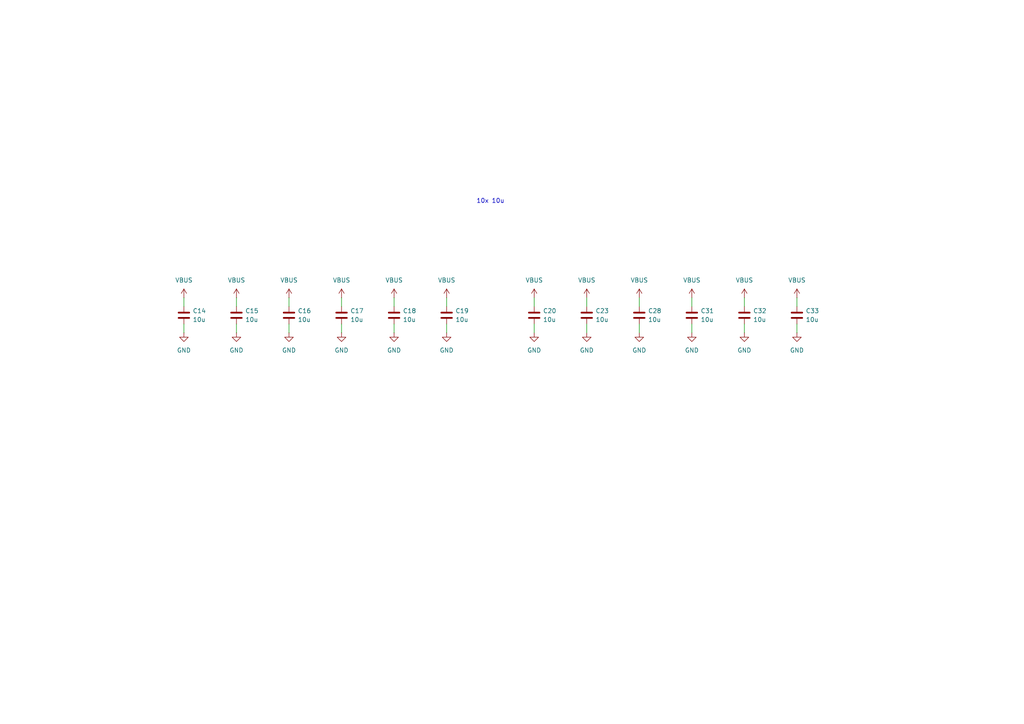
<source format=kicad_sch>
(kicad_sch (version 20250114) (generator "eeschema") (generator_version "9.0")
  (paper "A4")
  (lib_symbols
    (symbol "Device:C" (pin_numbers (hide yes)) (pin_names (offset 0.254))
      (property "Reference" "C" (at 0.635 2.54 0))
      (property "Value" "C" (at 0.635 -2.54 0))
      (symbol "C_0_1"
        (polyline (pts (xy -1.524 0.762) (xy 1.524 0.762)) (stroke (width 0.508)))
        (polyline (pts (xy -1.524 -0.762) (xy 1.524 -0.762)) (stroke (width 0.508)))
      )
      (symbol "C_1_1"
        (pin passive line (at 0 2.54 270) (length 1.524) (name "~") (number "1"))
        (pin passive line (at 0 -2.54 90) (length 1.524) (name "~") (number "2"))
      )
    )
    (symbol "power:GND" (power) (pin_numbers (hide yes)) (pin_names (offset 0) (hide yes))
      (property "Value" "GND" (at 0 -3.81 0))
      (symbol "GND_0_1"
        (polyline (pts (xy 0 0) (xy 0 -1.27) (xy 1.27 -1.27) (xy 0 -2.54) (xy -1.27 -1.27) (xy 0 -1.27)))
      )
      (symbol "GND_1_1"
        (pin power_in line (at 0 0 270) (length 0) (name "~") (number "1"))
      )
    )
    (symbol "power:VBUS" (power) (pin_numbers (hide yes)) (pin_names (offset 0) (hide yes))
      (property "Value" "VBUS" (at 0 3.556 0))
      (symbol "VBUS_0_1"
        (polyline (pts (xy -0.762 1.27) (xy 0 2.54)))
        (polyline (pts (xy 0 2.54) (xy 0.762 1.27)))
        (polyline (pts (xy 0 0) (xy 0 2.54)))
      )
      (symbol "VBUS_1_1"
        (pin power_in line (at 0 0 90) (length 0) (name "~") (number "1"))
      )
    )
  )
  (text "10x 10u" (at 142.24 58.42 0) (effects (font (size 1.27 1.27))))
  (wire (pts (xy 129.54 93.98) (xy 129.54 96.52)))
  (wire (pts (xy 68.58 86.36) (xy 68.58 88.9)))
  (wire (pts (xy 83.82 93.98) (xy 83.82 96.52)))
  (wire (pts (xy 99.06 86.36) (xy 99.06 88.9)))
  (wire (pts (xy 53.34 93.98) (xy 53.34 96.52)))
  (wire (pts (xy 114.3 93.98) (xy 114.3 96.52)))
  (wire (pts (xy 114.3 86.36) (xy 114.3 88.9)))
  (wire (pts (xy 170.18 93.98) (xy 170.18 96.52)))
  (wire (pts (xy 215.9 86.36) (xy 215.9 88.9)))
  (wire (pts (xy 99.06 93.98) (xy 99.06 96.52)))
  (wire (pts (xy 200.66 93.98) (xy 200.66 96.52)))
  (wire (pts (xy 68.58 93.98) (xy 68.58 96.52)))
  (wire (pts (xy 170.18 86.36) (xy 170.18 88.9)))
  (wire (pts (xy 215.9 93.98) (xy 215.9 96.52)))
  (wire (pts (xy 53.34 86.36) (xy 53.34 88.9)))
  (wire (pts (xy 154.94 93.98) (xy 154.94 96.52)))
  (wire (pts (xy 154.94 86.36) (xy 154.94 88.9)))
  (wire (pts (xy 185.42 93.98) (xy 185.42 96.52)))
  (wire (pts (xy 200.66 86.36) (xy 200.66 88.9)))
  (wire (pts (xy 231.14 93.98) (xy 231.14 96.52)))
  (wire (pts (xy 129.54 86.36) (xy 129.54 88.9)))
  (wire (pts (xy 185.42 86.36) (xy 185.42 88.9)))
  (wire (pts (xy 83.82 86.36) (xy 83.82 88.9)))
  (wire (pts (xy 231.14 86.36) (xy 231.14 88.9)))
  (symbol (lib_id "power:VBUS") (at 154.94 86.36 0) (unit 1)
    (property "Reference" "#PWR0105" (effects (hide yes)))
    (property "Value" "VBUS" (at 154.94 81.28 0))
    (property "Description" "Power symbol creates a global label with name \"VBUS\"" (effects (hide yes)))
  )
  (symbol (lib_id "power:VBUS") (at 170.18 86.36 0) (unit 1)
    (property "Reference" "#PWR0107" (effects (hide yes)))
    (property "Value" "VBUS" (at 170.18 81.28 0))
    (property "Description" "Power symbol creates a global label with name \"VBUS\"" (effects (hide yes)))
  )
  (symbol (lib_id "power:VBUS") (at 83.82 86.36 0) (unit 1)
    (property "Reference" "#PWR097" (effects (hide yes)))
    (property "Value" "VBUS" (at 83.82 81.28 0))
    (property "Description" "Power symbol creates a global label with name \"VBUS\"" (effects (hide yes)))
  )
  (symbol (lib_id "Device:C") (at 99.06 91.44 0) (unit 1)
    (property "Reference" "C17" (at 101.6 90.1699 0) (effects (justify left)))
    (property "Value" "10u" (at 101.6 92.7099 0) (effects (justify left)))
    (property "Footprint" "Capacitor_SMD:C_1210_3225Metric" (effects (hide yes)))
    (property "Description" "MLCC" (effects (hide yes)))
    (property "Manufacturer" "Murata Electronics" (effects (hide yes)))
    (property "Manufacturer Part Number" "GRM32EC72A106KE05L" (effects (hide yes)))
  )
  (symbol (lib_id "power:VBUS") (at 68.58 86.36 0) (unit 1)
    (property "Reference" "#PWR095" (effects (hide yes)))
    (property "Value" "VBUS" (at 68.58 81.28 0))
    (property "Description" "Power symbol creates a global label with name \"VBUS\"" (effects (hide yes)))
  )
  (symbol (lib_id "power:GND") (at 53.34 96.52 0) (unit 1)
    (property "Reference" "#PWR094" (effects (hide yes)))
    (property "Value" "GND" (at 53.34 101.6 0))
    (property "Description" "Power symbol creates a global label with name \"GND\" , ground" (effects (hide yes)))
  )
  (symbol (lib_id "power:GND") (at 185.42 96.52 0) (unit 1)
    (property "Reference" "#PWR0110" (effects (hide yes)))
    (property "Value" "GND" (at 185.42 101.6 0))
    (property "Description" "Power symbol creates a global label with name \"GND\" , ground" (effects (hide yes)))
  )
  (symbol (lib_id "power:GND") (at 114.3 96.52 0) (unit 1)
    (property "Reference" "#PWR0102" (effects (hide yes)))
    (property "Value" "GND" (at 114.3 101.6 0))
    (property "Description" "Power symbol creates a global label with name \"GND\" , ground" (effects (hide yes)))
  )
  (symbol (lib_id "power:VBUS") (at 53.34 86.36 0) (unit 1)
    (property "Reference" "#PWR093" (effects (hide yes)))
    (property "Value" "VBUS" (at 53.34 81.28 0))
    (property "Description" "Power symbol creates a global label with name \"VBUS\"" (effects (hide yes)))
  )
  (symbol (lib_id "power:GND") (at 215.9 96.52 0) (unit 1)
    (property "Reference" "#PWR0118" (effects (hide yes)))
    (property "Value" "GND" (at 215.9 101.6 0))
    (property "Description" "Power symbol creates a global label with name \"GND\" , ground" (effects (hide yes)))
  )
  (symbol (lib_id "Device:C") (at 83.82 91.44 0) (unit 1)
    (property "Reference" "C16" (at 86.36 90.1699 0) (effects (justify left)))
    (property "Value" "10u" (at 86.36 92.7099 0) (effects (justify left)))
    (property "Footprint" "Capacitor_SMD:C_1210_3225Metric" (effects (hide yes)))
    (property "Description" "MLCC" (effects (hide yes)))
    (property "Manufacturer" "Murata Electronics" (effects (hide yes)))
    (property "Manufacturer Part Number" "GRM32EC72A106KE05L" (effects (hide yes)))
  )
  (symbol (lib_id "power:GND") (at 129.54 96.52 0) (unit 1)
    (property "Reference" "#PWR0104" (effects (hide yes)))
    (property "Value" "GND" (at 129.54 101.6 0))
    (property "Description" "Power symbol creates a global label with name \"GND\" , ground" (effects (hide yes)))
  )
  (symbol (lib_id "power:GND") (at 170.18 96.52 0) (unit 1)
    (property "Reference" "#PWR0108" (effects (hide yes)))
    (property "Value" "GND" (at 170.18 101.6 0))
    (property "Description" "Power symbol creates a global label with name \"GND\" , ground" (effects (hide yes)))
  )
  (symbol (lib_id "power:GND") (at 231.14 96.52 0) (unit 1)
    (property "Reference" "#PWR0122" (effects (hide yes)))
    (property "Value" "GND" (at 231.14 101.6 0))
    (property "Description" "Power symbol creates a global label with name \"GND\" , ground" (effects (hide yes)))
  )
  (symbol (lib_id "power:VBUS") (at 215.9 86.36 0) (unit 1)
    (property "Reference" "#PWR0113" (effects (hide yes)))
    (property "Value" "VBUS" (at 215.9 81.28 0))
    (property "Description" "Power symbol creates a global label with name \"VBUS\"" (effects (hide yes)))
  )
  (symbol (lib_id "Device:C") (at 129.54 91.44 0) (unit 1)
    (property "Reference" "C19" (at 132.08 90.1699 0) (effects (justify left)))
    (property "Value" "10u" (at 132.08 92.7099 0) (effects (justify left)))
    (property "Footprint" "Capacitor_SMD:C_1210_3225Metric" (effects (hide yes)))
    (property "Description" "MLCC" (effects (hide yes)))
    (property "Manufacturer" "Murata Electronics" (effects (hide yes)))
    (property "Manufacturer Part Number" "GRM32EC72A106KE05L" (effects (hide yes)))
  )
  (symbol (lib_id "power:VBUS") (at 129.54 86.36 0) (unit 1)
    (property "Reference" "#PWR0103" (effects (hide yes)))
    (property "Value" "VBUS" (at 129.54 81.28 0))
    (property "Description" "Power symbol creates a global label with name \"VBUS\"" (effects (hide yes)))
  )
  (symbol (lib_id "Device:C") (at 215.9 91.44 0) (unit 1)
    (property "Reference" "C32" (at 218.44 90.1699 0) (effects (justify left)))
    (property "Value" "10u" (at 218.44 92.7099 0) (effects (justify left)))
    (property "Footprint" "Capacitor_SMD:C_1210_3225Metric" (effects (hide yes)))
    (property "Description" "MLCC" (effects (hide yes)))
    (property "Manufacturer" "Murata Electronics" (effects (hide yes)))
    (property "Manufacturer Part Number" "GRM32EC72A106KE05L" (effects (hide yes)))
  )
  (symbol (lib_id "Device:C") (at 154.94 91.44 0) (unit 1)
    (property "Reference" "C20" (at 157.48 90.1699 0) (effects (justify left)))
    (property "Value" "10u" (at 157.48 92.7099 0) (effects (justify left)))
    (property "Footprint" "Capacitor_SMD:C_1210_3225Metric" (effects (hide yes)))
    (property "Description" "MLCC" (effects (hide yes)))
    (property "Manufacturer" "Murata Electronics" (effects (hide yes)))
    (property "Manufacturer Part Number" "GRM32EC72A106KE05L" (effects (hide yes)))
  )
  (symbol (lib_id "power:VBUS") (at 231.14 86.36 0) (unit 1)
    (property "Reference" "#PWR0121" (effects (hide yes)))
    (property "Value" "VBUS" (at 231.14 81.28 0))
    (property "Description" "Power symbol creates a global label with name \"VBUS\"" (effects (hide yes)))
  )
  (symbol (lib_id "power:GND") (at 68.58 96.52 0) (unit 1)
    (property "Reference" "#PWR096" (effects (hide yes)))
    (property "Value" "GND" (at 68.58 101.6 0))
    (property "Description" "Power symbol creates a global label with name \"GND\" , ground" (effects (hide yes)))
  )
  (symbol (lib_id "Device:C") (at 114.3 91.44 0) (unit 1)
    (property "Reference" "C18" (at 116.84 90.1699 0) (effects (justify left)))
    (property "Value" "10u" (at 116.84 92.7099 0) (effects (justify left)))
    (property "Footprint" "Capacitor_SMD:C_1210_3225Metric" (effects (hide yes)))
    (property "Description" "MLCC" (effects (hide yes)))
    (property "Manufacturer" "Murata Electronics" (effects (hide yes)))
    (property "Manufacturer Part Number" "GRM32EC72A106KE05L" (effects (hide yes)))
  )
  (symbol (lib_id "power:VBUS") (at 99.06 86.36 0) (unit 1)
    (property "Reference" "#PWR099" (effects (hide yes)))
    (property "Value" "VBUS" (at 99.06 81.28 0))
    (property "Description" "Power symbol creates a global label with name \"VBUS\"" (effects (hide yes)))
  )
  (symbol (lib_id "power:VBUS") (at 114.3 86.36 0) (unit 1)
    (property "Reference" "#PWR0101" (effects (hide yes)))
    (property "Value" "VBUS" (at 114.3 81.28 0))
    (property "Description" "Power symbol creates a global label with name \"VBUS\"" (effects (hide yes)))
  )
  (symbol (lib_id "power:VBUS") (at 200.66 86.36 0) (unit 1)
    (property "Reference" "#PWR0111" (effects (hide yes)))
    (property "Value" "VBUS" (at 200.66 81.28 0))
    (property "Description" "Power symbol creates a global label with name \"VBUS\"" (effects (hide yes)))
  )
  (symbol (lib_id "power:GND") (at 200.66 96.52 0) (unit 1)
    (property "Reference" "#PWR0112" (effects (hide yes)))
    (property "Value" "GND" (at 200.66 101.6 0))
    (property "Description" "Power symbol creates a global label with name \"GND\" , ground" (effects (hide yes)))
  )
  (symbol (lib_id "power:GND") (at 83.82 96.52 0) (unit 1)
    (property "Reference" "#PWR098" (effects (hide yes)))
    (property "Value" "GND" (at 83.82 101.6 0))
    (property "Description" "Power symbol creates a global label with name \"GND\" , ground" (effects (hide yes)))
  )
  (symbol (lib_id "Device:C") (at 200.66 91.44 0) (unit 1)
    (property "Reference" "C31" (at 203.2 90.1699 0) (effects (justify left)))
    (property "Value" "10u" (at 203.2 92.7099 0) (effects (justify left)))
    (property "Footprint" "Capacitor_SMD:C_1210_3225Metric" (effects (hide yes)))
    (property "Description" "MLCC" (effects (hide yes)))
    (property "Manufacturer" "Murata Electronics" (effects (hide yes)))
    (property "Manufacturer Part Number" "GRM32EC72A106KE05L" (effects (hide yes)))
  )
  (symbol (lib_id "Device:C") (at 185.42 91.44 0) (unit 1)
    (property "Reference" "C28" (at 187.96 90.1699 0) (effects (justify left)))
    (property "Value" "10u" (at 187.96 92.7099 0) (effects (justify left)))
    (property "Footprint" "Capacitor_SMD:C_1210_3225Metric" (effects (hide yes)))
    (property "Description" "MLCC" (effects (hide yes)))
    (property "Manufacturer" "Murata Electronics" (effects (hide yes)))
    (property "Manufacturer Part Number" "GRM32EC72A106KE05L" (effects (hide yes)))
  )
  (symbol (lib_id "power:VBUS") (at 185.42 86.36 0) (unit 1)
    (property "Reference" "#PWR0109" (effects (hide yes)))
    (property "Value" "VBUS" (at 185.42 81.28 0))
    (property "Description" "Power symbol creates a global label with name \"VBUS\"" (effects (hide yes)))
  )
  (symbol (lib_id "Device:C") (at 68.58 91.44 0) (unit 1)
    (property "Reference" "C15" (at 71.12 90.1699 0) (effects (justify left)))
    (property "Value" "10u" (at 71.12 92.7099 0) (effects (justify left)))
    (property "Footprint" "Capacitor_SMD:C_1210_3225Metric" (effects (hide yes)))
    (property "Description" "MLCC" (effects (hide yes)))
    (property "Manufacturer" "Murata Electronics" (effects (hide yes)))
    (property "Manufacturer Part Number" "GRM32EC72A106KE05L" (effects (hide yes)))
  )
  (symbol (lib_id "Device:C") (at 53.34 91.44 0) (unit 1)
    (property "Reference" "C14" (at 55.88 90.1699 0) (effects (justify left)))
    (property "Value" "10u" (at 55.88 92.7099 0) (effects (justify left)))
    (property "Footprint" "Capacitor_SMD:C_1210_3225Metric" (effects (hide yes)))
    (property "Description" "MLCC" (effects (hide yes)))
    (property "Manufacturer" "Murata Electronics" (effects (hide yes)))
    (property "Manufacturer Part Number" "GRM32EC72A106KE05L" (effects (hide yes)))
  )
  (symbol (lib_id "Device:C") (at 231.14 91.44 0) (unit 1)
    (property "Reference" "C33" (at 233.68 90.1699 0) (effects (justify left)))
    (property "Value" "10u" (at 233.68 92.7099 0) (effects (justify left)))
    (property "Footprint" "Capacitor_SMD:C_1210_3225Metric" (effects (hide yes)))
    (property "Description" "MLCC" (effects (hide yes)))
    (property "Manufacturer" "Murata Electronics" (effects (hide yes)))
    (property "Manufacturer Part Number" "GRM32EC72A106KE05L" (effects (hide yes)))
  )
  (symbol (lib_id "power:GND") (at 99.06 96.52 0) (unit 1)
    (property "Reference" "#PWR0100" (effects (hide yes)))
    (property "Value" "GND" (at 99.06 101.6 0))
    (property "Description" "Power symbol creates a global label with name \"GND\" , ground" (effects (hide yes)))
  )
  (symbol (lib_id "Device:C") (at 170.18 91.44 0) (unit 1)
    (property "Reference" "C23" (at 172.72 90.1699 0) (effects (justify left)))
    (property "Value" "10u" (at 172.72 92.7099 0) (effects (justify left)))
    (property "Footprint" "Capacitor_SMD:C_1210_3225Metric" (effects (hide yes)))
    (property "Description" "MLCC" (effects (hide yes)))
    (property "Manufacturer" "Murata Electronics" (effects (hide yes)))
    (property "Manufacturer Part Number" "GRM32EC72A106KE05L" (effects (hide yes)))
  )
  (symbol (lib_id "power:GND") (at 154.94 96.52 0) (unit 1)
    (property "Reference" "#PWR0106" (effects (hide yes)))
    (property "Value" "GND" (at 154.94 101.6 0))
    (property "Description" "Power symbol creates a global label with name \"GND\" , ground" (effects (hide yes)))
  )
)
</source>
